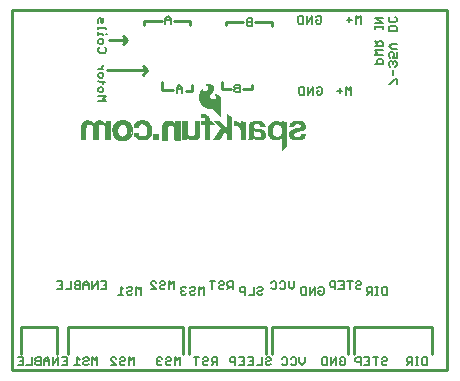
<source format=gbr>
G04 EAGLE Gerber RS-274X export*
G75*
%MOMM*%
%FSLAX34Y34*%
%LPD*%
%INSilkscreen Bottom*%
%IPPOS*%
%AMOC8*
5,1,8,0,0,1.08239X$1,22.5*%
G01*
%ADD10C,0.254000*%
%ADD11C,0.152400*%
%ADD12C,0.025400*%
%ADD13R,0.495300X0.485100*%

G36*
X176600Y214421D02*
X176600Y214421D01*
X176642Y214436D01*
X176644Y214441D01*
X176648Y214443D01*
X176677Y214516D01*
X176681Y214527D01*
X176681Y214528D01*
X176681Y229692D01*
X176679Y229697D01*
X176681Y229703D01*
X176611Y230534D01*
X176605Y230545D01*
X176606Y230560D01*
X176366Y231359D01*
X176358Y231369D01*
X176356Y231383D01*
X175955Y232115D01*
X175945Y232123D01*
X175940Y232136D01*
X175470Y232686D01*
X175459Y232691D01*
X175452Y232703D01*
X174882Y233148D01*
X174870Y233151D01*
X174860Y233161D01*
X174212Y233482D01*
X174200Y233483D01*
X174188Y233491D01*
X173489Y233675D01*
X173478Y233674D01*
X173467Y233679D01*
X172527Y233752D01*
X172518Y233749D01*
X172507Y233752D01*
X171567Y233679D01*
X171563Y233677D01*
X171557Y233678D01*
X171074Y233602D01*
X171035Y233577D01*
X170995Y233556D01*
X170994Y233552D01*
X170991Y233550D01*
X170981Y233505D01*
X170969Y233461D01*
X170971Y233457D01*
X170970Y233453D01*
X170995Y233415D01*
X171019Y233376D01*
X171023Y233375D01*
X171025Y233372D01*
X171066Y233363D01*
X171106Y233351D01*
X171264Y233367D01*
X171402Y233339D01*
X171535Y233268D01*
X172359Y232669D01*
X172477Y232555D01*
X172549Y232417D01*
X172642Y232002D01*
X172642Y231574D01*
X172549Y231158D01*
X172343Y230754D01*
X172030Y230426D01*
X171424Y230061D01*
X170746Y229854D01*
X170035Y229819D01*
X169425Y229916D01*
X168839Y230114D01*
X168296Y230407D01*
X167871Y230772D01*
X167556Y231232D01*
X167370Y231757D01*
X167327Y232313D01*
X167429Y232861D01*
X167669Y233364D01*
X168039Y233799D01*
X168237Y234009D01*
X168832Y234640D01*
X169427Y235271D01*
X169492Y235340D01*
X169495Y235350D01*
X169504Y235356D01*
X170691Y237114D01*
X170693Y237127D01*
X170703Y237137D01*
X170983Y237825D01*
X170982Y237840D01*
X170991Y237855D01*
X171090Y238590D01*
X171086Y238605D01*
X171091Y238622D01*
X171004Y239359D01*
X170996Y239372D01*
X170996Y239390D01*
X170729Y240082D01*
X170718Y240093D01*
X170714Y240110D01*
X170283Y240713D01*
X170273Y240720D01*
X170267Y240732D01*
X169571Y241390D01*
X169563Y241393D01*
X169558Y241401D01*
X168781Y241961D01*
X168771Y241964D01*
X168763Y241972D01*
X167983Y242360D01*
X167971Y242361D01*
X167960Y242369D01*
X167120Y242600D01*
X167108Y242599D01*
X167096Y242605D01*
X166228Y242671D01*
X166218Y242667D01*
X166206Y242671D01*
X165306Y242585D01*
X165297Y242581D01*
X165287Y242582D01*
X164409Y242362D01*
X164401Y242356D01*
X164389Y242355D01*
X164161Y242254D01*
X163805Y242102D01*
X163804Y242102D01*
X163300Y241881D01*
X163290Y241870D01*
X163273Y241865D01*
X162838Y241527D01*
X162835Y241520D01*
X162827Y241516D01*
X162802Y241491D01*
X162799Y241490D01*
X162764Y241398D01*
X162805Y241309D01*
X162890Y241276D01*
X163493Y241276D01*
X164004Y241219D01*
X164494Y241080D01*
X164975Y240825D01*
X165370Y240455D01*
X165656Y239995D01*
X165813Y239476D01*
X165825Y239173D01*
X165766Y238873D01*
X165560Y238379D01*
X165277Y237921D01*
X164926Y237511D01*
X164514Y237157D01*
X163612Y236506D01*
X163124Y236257D01*
X162595Y236159D01*
X162056Y236217D01*
X161882Y236282D01*
X161521Y236531D01*
X161247Y236870D01*
X161203Y236973D01*
X161187Y237093D01*
X161187Y237973D01*
X161170Y238014D01*
X161156Y238056D01*
X161151Y238059D01*
X161149Y238064D01*
X161108Y238080D01*
X161068Y238099D01*
X161062Y238097D01*
X161057Y238099D01*
X161030Y238087D01*
X160981Y238071D01*
X159855Y237150D01*
X159849Y237138D01*
X159837Y237131D01*
X158930Y235994D01*
X158927Y235983D01*
X158918Y235975D01*
X158416Y235041D01*
X158415Y235031D01*
X158409Y235023D01*
X158051Y234026D01*
X158051Y234016D01*
X158046Y234007D01*
X157839Y232968D01*
X157841Y232958D01*
X157840Y232956D01*
X157841Y232956D01*
X157837Y232947D01*
X157777Y231019D01*
X157781Y231008D01*
X157778Y230996D01*
X158066Y229089D01*
X158072Y229079D01*
X158072Y229067D01*
X158700Y227243D01*
X158707Y227234D01*
X158709Y227222D01*
X159656Y225541D01*
X159664Y225535D01*
X159667Y225524D01*
X160552Y224417D01*
X160559Y224414D01*
X160561Y224408D01*
X160562Y224408D01*
X160564Y224404D01*
X161595Y223432D01*
X161603Y223429D01*
X161609Y223421D01*
X162766Y222604D01*
X162776Y222602D01*
X162784Y222594D01*
X164014Y221994D01*
X164025Y221993D01*
X164035Y221985D01*
X165354Y221617D01*
X165365Y221619D01*
X165376Y221613D01*
X166740Y221489D01*
X166745Y221491D01*
X166751Y221489D01*
X169026Y221489D01*
X169394Y221424D01*
X169745Y221297D01*
X170735Y220708D01*
X171589Y219926D01*
X176461Y214444D01*
X176465Y214442D01*
X176467Y214437D01*
X176509Y214421D01*
X176550Y214402D01*
X176554Y214404D01*
X176559Y214402D01*
X176600Y214421D01*
G37*
G36*
X227967Y185727D02*
X227967Y185727D01*
X227969Y185726D01*
X227990Y185735D01*
X228050Y185758D01*
X232190Y189492D01*
X232192Y189498D01*
X232198Y189501D01*
X232222Y189561D01*
X232231Y189582D01*
X232230Y189584D01*
X232231Y189586D01*
X232231Y210160D01*
X232216Y210197D01*
X232206Y210236D01*
X232197Y210242D01*
X232193Y210251D01*
X232165Y210262D01*
X232129Y210284D01*
X228243Y211020D01*
X228228Y211017D01*
X228213Y211022D01*
X228181Y211007D01*
X228146Y210999D01*
X228138Y210986D01*
X228125Y210980D01*
X228110Y210941D01*
X228094Y210916D01*
X228097Y210905D01*
X228093Y210894D01*
X228117Y208977D01*
X227983Y209126D01*
X227982Y209127D01*
X227982Y209128D01*
X227093Y210093D01*
X227087Y210095D01*
X227083Y210102D01*
X226740Y210403D01*
X226729Y210407D01*
X226721Y210417D01*
X226327Y210650D01*
X226318Y210651D01*
X226310Y210658D01*
X224989Y211191D01*
X224978Y211191D01*
X224968Y211198D01*
X224486Y211300D01*
X224474Y211297D01*
X224462Y211302D01*
X222481Y211327D01*
X222470Y211323D01*
X222458Y211325D01*
X221373Y211142D01*
X221363Y211135D01*
X221349Y211135D01*
X220324Y210735D01*
X220317Y210727D01*
X220305Y210725D01*
X219403Y210184D01*
X219398Y210178D01*
X219389Y210175D01*
X218565Y209522D01*
X218559Y209512D01*
X218549Y209507D01*
X217757Y208617D01*
X217753Y208604D01*
X217741Y208595D01*
X217162Y207554D01*
X217160Y207542D01*
X217152Y207531D01*
X216478Y205418D01*
X216479Y205407D01*
X216473Y205396D01*
X216190Y203196D01*
X216193Y203185D01*
X216189Y203173D01*
X216307Y200958D01*
X216312Y200948D01*
X216310Y200936D01*
X216633Y199560D01*
X216640Y199551D01*
X216640Y199539D01*
X217196Y198239D01*
X217204Y198231D01*
X217206Y198220D01*
X217978Y197035D01*
X217987Y197029D01*
X217992Y197018D01*
X218649Y196311D01*
X218659Y196307D01*
X218665Y196297D01*
X219433Y195712D01*
X219444Y195710D01*
X219451Y195701D01*
X220307Y195255D01*
X220318Y195254D01*
X220327Y195246D01*
X221246Y194952D01*
X221256Y194953D01*
X221266Y194947D01*
X222478Y194758D01*
X222487Y194760D01*
X222496Y194757D01*
X223723Y194740D01*
X223731Y194743D01*
X223741Y194741D01*
X224958Y194896D01*
X224968Y194901D01*
X224980Y194901D01*
X225824Y195165D01*
X225834Y195173D01*
X225849Y195176D01*
X226618Y195613D01*
X226626Y195623D01*
X226640Y195628D01*
X227300Y196218D01*
X227306Y196230D01*
X227318Y196238D01*
X227838Y196954D01*
X227839Y196956D01*
X227839Y185852D01*
X227857Y185808D01*
X227874Y185765D01*
X227876Y185764D01*
X227877Y185761D01*
X227921Y185744D01*
X227965Y185726D01*
X227967Y185727D01*
G37*
G36*
X62537Y195074D02*
X62537Y195074D01*
X62539Y195073D01*
X62582Y195093D01*
X62626Y195111D01*
X62626Y195113D01*
X62628Y195114D01*
X62661Y195199D01*
X62661Y205478D01*
X62768Y206358D01*
X63080Y207180D01*
X63341Y207564D01*
X63684Y207877D01*
X64090Y208103D01*
X64538Y208231D01*
X65442Y208299D01*
X66345Y208207D01*
X66755Y208081D01*
X67127Y207871D01*
X67142Y207857D01*
X67283Y207731D01*
X67423Y207604D01*
X67445Y207585D01*
X67830Y207057D01*
X68103Y206462D01*
X68252Y205823D01*
X68327Y204720D01*
X68327Y195199D01*
X68328Y195197D01*
X68327Y195195D01*
X68347Y195152D01*
X68365Y195108D01*
X68367Y195108D01*
X68368Y195106D01*
X68453Y195073D01*
X72771Y195073D01*
X72773Y195074D01*
X72775Y195073D01*
X72818Y195093D01*
X72862Y195111D01*
X72862Y195113D01*
X72864Y195114D01*
X72897Y195199D01*
X72897Y205758D01*
X72977Y206421D01*
X73208Y207040D01*
X73578Y207587D01*
X73925Y207905D01*
X74334Y208138D01*
X74784Y208274D01*
X75261Y208306D01*
X76109Y208256D01*
X76549Y208174D01*
X76953Y207996D01*
X77308Y207730D01*
X78127Y206786D01*
X78411Y206248D01*
X78542Y205657D01*
X78512Y205035D01*
X78513Y205032D01*
X78512Y205029D01*
X78512Y195224D01*
X78513Y195222D01*
X78512Y195220D01*
X78532Y195177D01*
X78550Y195133D01*
X78552Y195133D01*
X78553Y195131D01*
X78638Y195098D01*
X82956Y195098D01*
X82958Y195099D01*
X82960Y195098D01*
X83003Y195118D01*
X83047Y195136D01*
X83047Y195138D01*
X83049Y195139D01*
X83082Y195224D01*
X83082Y211277D01*
X83081Y211279D01*
X83082Y211281D01*
X83062Y211324D01*
X83044Y211368D01*
X83042Y211368D01*
X83041Y211370D01*
X82956Y211403D01*
X78969Y211403D01*
X78967Y211402D01*
X78965Y211403D01*
X78922Y211383D01*
X78878Y211365D01*
X78878Y211363D01*
X78876Y211362D01*
X78843Y211277D01*
X78843Y209224D01*
X78812Y209231D01*
X78510Y209627D01*
X78504Y209630D01*
X78501Y209638D01*
X77739Y210425D01*
X77731Y210428D01*
X77727Y210435D01*
X76965Y211047D01*
X76951Y211051D01*
X76939Y211064D01*
X76049Y211468D01*
X76037Y211468D01*
X76026Y211476D01*
X74934Y211730D01*
X74925Y211729D01*
X74917Y211733D01*
X73545Y211860D01*
X73535Y211857D01*
X73524Y211860D01*
X72567Y211791D01*
X72556Y211785D01*
X72542Y211786D01*
X71619Y211526D01*
X71609Y211518D01*
X71596Y211516D01*
X70806Y211113D01*
X70798Y211104D01*
X70785Y211100D01*
X70087Y210554D01*
X70081Y210543D01*
X70069Y210537D01*
X69487Y209868D01*
X69484Y209856D01*
X69473Y209848D01*
X69093Y209190D01*
X69051Y209232D01*
X68596Y209713D01*
X68593Y209714D01*
X68592Y209717D01*
X67804Y210476D01*
X67795Y210479D01*
X67790Y210488D01*
X66901Y211126D01*
X66890Y211128D01*
X66882Y211136D01*
X66077Y211530D01*
X66065Y211530D01*
X66054Y211538D01*
X65189Y211770D01*
X65177Y211768D01*
X65165Y211774D01*
X64271Y211835D01*
X64262Y211832D01*
X64251Y211835D01*
X62972Y211728D01*
X62965Y211724D01*
X62958Y211726D01*
X61698Y211477D01*
X61689Y211471D01*
X61677Y211471D01*
X60811Y211145D01*
X60801Y211135D01*
X60786Y211132D01*
X60012Y210625D01*
X60005Y210613D01*
X59991Y210607D01*
X59345Y209943D01*
X59342Y209933D01*
X59338Y209932D01*
X59337Y209928D01*
X59329Y209922D01*
X58741Y208983D01*
X58739Y208970D01*
X58729Y208960D01*
X58343Y207921D01*
X58344Y207908D01*
X58337Y207896D01*
X58168Y206800D01*
X58171Y206791D01*
X58167Y206781D01*
X58167Y195199D01*
X58168Y195197D01*
X58167Y195195D01*
X58187Y195152D01*
X58205Y195108D01*
X58207Y195108D01*
X58208Y195106D01*
X58293Y195073D01*
X62535Y195073D01*
X62537Y195074D01*
G37*
G36*
X210417Y194743D02*
X210417Y194743D01*
X210428Y194748D01*
X210442Y194746D01*
X211814Y195054D01*
X211825Y195062D01*
X211840Y195063D01*
X213109Y195669D01*
X213118Y195679D01*
X213132Y195683D01*
X213580Y196025D01*
X213586Y196035D01*
X213598Y196041D01*
X213975Y196461D01*
X213979Y196472D01*
X213989Y196480D01*
X214281Y196963D01*
X214283Y196974D01*
X214291Y196984D01*
X214664Y197977D01*
X214664Y197988D01*
X214670Y197999D01*
X214859Y199043D01*
X214856Y199054D01*
X214861Y199066D01*
X214858Y200127D01*
X214855Y200134D01*
X214857Y200137D01*
X214854Y200144D01*
X214855Y200154D01*
X214649Y201095D01*
X214640Y201107D01*
X214639Y201124D01*
X214210Y201986D01*
X214200Y201995D01*
X214195Y202010D01*
X213697Y202619D01*
X213692Y202622D01*
X213690Y202626D01*
X213684Y202628D01*
X213679Y202637D01*
X213069Y203135D01*
X213057Y203138D01*
X213048Y203149D01*
X212352Y203515D01*
X212341Y203516D01*
X212332Y203523D01*
X210847Y204007D01*
X210839Y204006D01*
X210830Y204011D01*
X209293Y204289D01*
X209289Y204288D01*
X209284Y204291D01*
X207078Y204519D01*
X205772Y204745D01*
X205303Y204910D01*
X204875Y205156D01*
X204591Y205417D01*
X204531Y205504D01*
X204489Y205601D01*
X204378Y206122D01*
X204378Y206653D01*
X204489Y207174D01*
X204628Y207488D01*
X204827Y207767D01*
X205080Y208001D01*
X205394Y208194D01*
X205740Y208322D01*
X206109Y208383D01*
X207464Y208433D01*
X208051Y208379D01*
X208612Y208214D01*
X209076Y207959D01*
X209466Y207603D01*
X209761Y207165D01*
X209945Y206670D01*
X210008Y206139D01*
X210008Y206096D01*
X210009Y206094D01*
X210008Y206092D01*
X210028Y206049D01*
X210046Y206005D01*
X210048Y206005D01*
X210049Y206003D01*
X210134Y205970D01*
X214275Y205970D01*
X214276Y205968D01*
X214318Y205958D01*
X214360Y205944D01*
X214366Y205947D01*
X214372Y205946D01*
X214397Y205962D01*
X214442Y205983D01*
X214467Y206008D01*
X214467Y206009D01*
X214483Y206051D01*
X214502Y206100D01*
X214502Y206101D01*
X214482Y206143D01*
X214463Y206186D01*
X214341Y207077D01*
X214335Y207088D01*
X214335Y207103D01*
X214001Y208044D01*
X213992Y208054D01*
X213989Y208068D01*
X213470Y208921D01*
X213459Y208929D01*
X213454Y208942D01*
X212771Y209672D01*
X212759Y209677D01*
X212751Y209689D01*
X211934Y210263D01*
X211922Y210266D01*
X211913Y210275D01*
X210755Y210804D01*
X210745Y210804D01*
X210736Y210811D01*
X209507Y211145D01*
X209498Y211144D01*
X209489Y211148D01*
X207749Y211362D01*
X207741Y211359D01*
X207733Y211362D01*
X205979Y211354D01*
X205972Y211351D01*
X205963Y211353D01*
X204224Y211123D01*
X204216Y211118D01*
X204205Y211119D01*
X202791Y210694D01*
X202782Y210686D01*
X202768Y210685D01*
X201465Y209991D01*
X201456Y209981D01*
X201442Y209976D01*
X200880Y209493D01*
X200873Y209479D01*
X200859Y209470D01*
X200432Y208865D01*
X200429Y208850D01*
X200417Y208838D01*
X200150Y208147D01*
X200151Y208132D01*
X200143Y208117D01*
X200052Y207382D01*
X200054Y207374D01*
X200051Y207366D01*
X200051Y202540D01*
X200052Y202538D01*
X200051Y202536D01*
X200058Y202521D01*
X200026Y202437D01*
X200051Y198099D01*
X199949Y196762D01*
X199600Y195467D01*
X199526Y195268D01*
X199527Y195243D01*
X199518Y195220D01*
X199529Y195196D01*
X199530Y195170D01*
X199549Y195153D01*
X199559Y195131D01*
X199586Y195120D01*
X199604Y195104D01*
X199623Y195106D01*
X199644Y195098D01*
X203678Y195098D01*
X203714Y195095D01*
X203742Y195104D01*
X203782Y195108D01*
X203819Y195127D01*
X203838Y195149D01*
X203870Y195173D01*
X203892Y195209D01*
X203894Y195226D01*
X203906Y195242D01*
X203982Y195522D01*
X203981Y195525D01*
X203983Y195528D01*
X204210Y196557D01*
X204220Y196580D01*
X204226Y196586D01*
X204234Y196588D01*
X204243Y196587D01*
X204267Y196571D01*
X205094Y195868D01*
X205105Y195864D01*
X205114Y195854D01*
X206065Y195314D01*
X206076Y195313D01*
X206086Y195305D01*
X207121Y194952D01*
X207133Y194953D01*
X207143Y194947D01*
X208761Y194706D01*
X208771Y194709D01*
X208782Y194705D01*
X210417Y194743D01*
G37*
G36*
X185550Y194972D02*
X185550Y194972D01*
X185553Y194971D01*
X185636Y195008D01*
X185687Y195059D01*
X185689Y195062D01*
X185691Y195063D01*
X185724Y195148D01*
X185724Y214478D01*
X185716Y214497D01*
X185718Y214517D01*
X185697Y214544D01*
X185686Y214569D01*
X185672Y214574D01*
X185661Y214588D01*
X181521Y216950D01*
X181486Y216954D01*
X181454Y216966D01*
X181439Y216959D01*
X181423Y216961D01*
X181396Y216939D01*
X181365Y216925D01*
X181358Y216909D01*
X181346Y216899D01*
X181344Y216872D01*
X181332Y216840D01*
X181332Y205410D01*
X175857Y210884D01*
X175854Y210886D01*
X175853Y210888D01*
X175768Y210921D01*
X171094Y210921D01*
X171092Y210921D01*
X171091Y210921D01*
X171047Y210901D01*
X171003Y210883D01*
X171003Y210881D01*
X171001Y210880D01*
X170985Y210836D01*
X170968Y210791D01*
X170969Y210789D01*
X170968Y210788D01*
X171006Y210705D01*
X176697Y205139D01*
X170100Y195244D01*
X170093Y195206D01*
X170079Y195169D01*
X170084Y195159D01*
X170082Y195147D01*
X170104Y195116D01*
X170121Y195080D01*
X170132Y195076D01*
X170138Y195067D01*
X170168Y195062D01*
X170206Y195048D01*
X175286Y195073D01*
X175303Y195080D01*
X175321Y195078D01*
X175350Y195100D01*
X175376Y195112D01*
X175381Y195124D01*
X175393Y195134D01*
X179626Y202112D01*
X181281Y200505D01*
X181281Y195097D01*
X181282Y195095D01*
X181281Y195093D01*
X181301Y195050D01*
X181319Y195006D01*
X181321Y195006D01*
X181322Y195004D01*
X181407Y194971D01*
X185547Y194971D01*
X185550Y194972D01*
G37*
G36*
X153982Y194671D02*
X153982Y194671D01*
X153993Y194668D01*
X155026Y194815D01*
X155037Y194821D01*
X155050Y194821D01*
X156036Y195164D01*
X156045Y195172D01*
X156058Y195174D01*
X156960Y195700D01*
X156967Y195710D01*
X156980Y195715D01*
X157234Y195943D01*
X157240Y195954D01*
X157251Y195962D01*
X157912Y196847D01*
X157914Y196858D01*
X157924Y196867D01*
X158412Y197857D01*
X158412Y197869D01*
X158420Y197879D01*
X158720Y198942D01*
X158718Y198953D01*
X158724Y198965D01*
X158825Y200064D01*
X158823Y200070D01*
X158825Y200076D01*
X158825Y210871D01*
X158824Y210873D01*
X158825Y210875D01*
X158805Y210918D01*
X158787Y210962D01*
X158785Y210962D01*
X158784Y210964D01*
X158699Y210997D01*
X154559Y210997D01*
X154557Y210996D01*
X154555Y210997D01*
X154512Y210977D01*
X154468Y210959D01*
X154468Y210957D01*
X154466Y210956D01*
X154433Y210871D01*
X154433Y200874D01*
X154284Y200044D01*
X153941Y199276D01*
X153669Y198914D01*
X153328Y198613D01*
X152933Y198388D01*
X152244Y198165D01*
X151525Y198085D01*
X150804Y198152D01*
X150113Y198364D01*
X149603Y198652D01*
X149172Y199049D01*
X148845Y199534D01*
X148636Y200084D01*
X148411Y201288D01*
X148335Y202518D01*
X148335Y210820D01*
X148334Y210822D01*
X148335Y210824D01*
X148315Y210867D01*
X148297Y210911D01*
X148295Y210911D01*
X148294Y210913D01*
X148209Y210946D01*
X143993Y210946D01*
X143991Y210945D01*
X143989Y210946D01*
X143946Y210926D01*
X143902Y210908D01*
X143902Y210906D01*
X143900Y210905D01*
X143867Y210820D01*
X143867Y195199D01*
X143868Y195197D01*
X143867Y195195D01*
X143887Y195152D01*
X143905Y195108D01*
X143907Y195108D01*
X143908Y195106D01*
X143993Y195073D01*
X148006Y195073D01*
X148008Y195074D01*
X148010Y195073D01*
X148053Y195093D01*
X148097Y195111D01*
X148097Y195113D01*
X148099Y195114D01*
X148132Y195199D01*
X148132Y197256D01*
X148639Y196615D01*
X148647Y196611D01*
X148651Y196602D01*
X149478Y195817D01*
X149487Y195814D01*
X149492Y195806D01*
X150422Y195147D01*
X150431Y195145D01*
X150439Y195137D01*
X150684Y195015D01*
X150695Y195014D01*
X150704Y195007D01*
X150966Y194926D01*
X150975Y194927D01*
X150984Y194922D01*
X152462Y194699D01*
X152470Y194701D01*
X152478Y194697D01*
X153972Y194667D01*
X153982Y194671D01*
G37*
G36*
X141505Y194998D02*
X141505Y194998D01*
X141507Y194997D01*
X141550Y195017D01*
X141594Y195035D01*
X141594Y195037D01*
X141596Y195038D01*
X141629Y195123D01*
X141629Y210845D01*
X141628Y210847D01*
X141629Y210849D01*
X141609Y210892D01*
X141591Y210936D01*
X141589Y210936D01*
X141588Y210938D01*
X141503Y210971D01*
X137465Y210971D01*
X137463Y210970D01*
X137461Y210971D01*
X137418Y210951D01*
X137374Y210933D01*
X137374Y210931D01*
X137372Y210930D01*
X137339Y210845D01*
X137339Y208777D01*
X137297Y208806D01*
X137183Y208942D01*
X136906Y209320D01*
X136902Y209322D01*
X136900Y209327D01*
X136498Y209800D01*
X136491Y209804D01*
X136487Y209812D01*
X136292Y209988D01*
X136152Y210114D01*
X136026Y210228D01*
X136016Y210231D01*
X136008Y210241D01*
X135110Y210808D01*
X135097Y210811D01*
X135086Y210820D01*
X134090Y211189D01*
X134077Y211189D01*
X134064Y211196D01*
X133012Y211351D01*
X133002Y211348D01*
X132991Y211352D01*
X130985Y211302D01*
X130975Y211298D01*
X130962Y211300D01*
X129985Y211094D01*
X129973Y211086D01*
X129957Y211085D01*
X129052Y210663D01*
X129043Y210652D01*
X129028Y210648D01*
X128243Y210030D01*
X128237Y210019D01*
X128225Y210013D01*
X127736Y209438D01*
X127733Y209427D01*
X127723Y209420D01*
X127339Y208771D01*
X127337Y208760D01*
X127329Y208751D01*
X127060Y208046D01*
X127060Y208037D01*
X127055Y208028D01*
X126815Y206921D01*
X126817Y206912D01*
X126813Y206904D01*
X126722Y205775D01*
X126724Y205770D01*
X126722Y205765D01*
X126722Y195224D01*
X126723Y195222D01*
X126722Y195220D01*
X126742Y195177D01*
X126760Y195133D01*
X126762Y195133D01*
X126763Y195131D01*
X126848Y195098D01*
X130937Y195098D01*
X130939Y195099D01*
X130941Y195098D01*
X130984Y195118D01*
X131028Y195136D01*
X131028Y195138D01*
X131030Y195139D01*
X131063Y195224D01*
X131063Y204870D01*
X131128Y205588D01*
X131319Y206276D01*
X131629Y206918D01*
X131925Y207305D01*
X132299Y207614D01*
X132734Y207831D01*
X133034Y207908D01*
X133350Y207925D01*
X134455Y207875D01*
X135011Y207788D01*
X135527Y207584D01*
X135984Y207270D01*
X136501Y206701D01*
X136864Y206022D01*
X137081Y205272D01*
X137161Y204489D01*
X137161Y195123D01*
X137162Y195121D01*
X137161Y195119D01*
X137181Y195076D01*
X137199Y195032D01*
X137201Y195032D01*
X137202Y195030D01*
X137287Y194997D01*
X141503Y194997D01*
X141505Y194998D01*
G37*
G36*
X93219Y194926D02*
X93219Y194926D01*
X93235Y194922D01*
X96232Y195328D01*
X96253Y195340D01*
X96282Y195346D01*
X99127Y197124D01*
X99141Y197145D01*
X99166Y197163D01*
X100766Y199652D01*
X100770Y199675D01*
X100785Y199700D01*
X101395Y203586D01*
X101389Y203608D01*
X101393Y203634D01*
X100580Y207190D01*
X100565Y207211D01*
X100556Y207240D01*
X98422Y209958D01*
X98400Y209970D01*
X98379Y209993D01*
X95001Y211670D01*
X94981Y211671D01*
X94960Y211682D01*
X93487Y211859D01*
X93480Y211857D01*
X93472Y211860D01*
X93421Y211860D01*
X93401Y211852D01*
X93375Y211851D01*
X93248Y211801D01*
X93227Y211781D01*
X93201Y211769D01*
X93192Y211747D01*
X93177Y211733D01*
X93178Y211709D01*
X93168Y211684D01*
X93168Y208763D01*
X93185Y208723D01*
X93197Y208682D01*
X93204Y208678D01*
X93206Y208672D01*
X93234Y208661D01*
X93277Y208638D01*
X94372Y208488D01*
X95520Y207853D01*
X96308Y206769D01*
X96704Y205880D01*
X96978Y204406D01*
X97029Y202547D01*
X96854Y201299D01*
X96479Y200150D01*
X95941Y199123D01*
X94293Y198115D01*
X92545Y197893D01*
X90794Y198485D01*
X90724Y198549D01*
X90446Y198802D01*
X90168Y199054D01*
X90029Y199180D01*
X89752Y199433D01*
X89751Y199433D01*
X89715Y199466D01*
X89172Y200676D01*
X88797Y202224D01*
X88797Y203649D01*
X89048Y205578D01*
X89792Y207190D01*
X90626Y207999D01*
X91579Y208512D01*
X92766Y208611D01*
X92862Y208611D01*
X92865Y208612D01*
X92868Y208611D01*
X92910Y208631D01*
X92953Y208649D01*
X92954Y208652D01*
X92957Y208654D01*
X92988Y208739D01*
X92962Y210327D01*
X92959Y210453D01*
X92959Y210454D01*
X92957Y210580D01*
X92955Y210706D01*
X92953Y210832D01*
X92951Y210958D01*
X92951Y210959D01*
X92949Y211085D01*
X92947Y211211D01*
X92945Y211337D01*
X92942Y211463D01*
X92942Y211464D01*
X92940Y211590D01*
X92938Y211711D01*
X92934Y211720D01*
X92937Y211729D01*
X92915Y211764D01*
X92898Y211801D01*
X92890Y211804D01*
X92885Y211812D01*
X92833Y211825D01*
X92806Y211835D01*
X92801Y211833D01*
X92796Y211834D01*
X90789Y211580D01*
X90778Y211574D01*
X90764Y211574D01*
X89138Y211015D01*
X89126Y211004D01*
X89107Y211000D01*
X87126Y209629D01*
X87118Y209616D01*
X87102Y209607D01*
X86010Y208337D01*
X86005Y208321D01*
X85991Y208306D01*
X84950Y205969D01*
X84949Y205952D01*
X84940Y205934D01*
X84660Y203749D01*
X84664Y203734D01*
X84660Y203718D01*
X84914Y201610D01*
X84918Y201602D01*
X84917Y201591D01*
X85603Y199127D01*
X85614Y199113D01*
X85618Y199094D01*
X86431Y197799D01*
X86443Y197790D01*
X86451Y197775D01*
X87645Y196632D01*
X87654Y196628D01*
X87659Y196620D01*
X88776Y195833D01*
X88793Y195829D01*
X88808Y195817D01*
X90662Y195182D01*
X90676Y195183D01*
X90690Y195175D01*
X93205Y194921D01*
X93219Y194926D01*
G37*
G36*
X241200Y194719D02*
X241200Y194719D01*
X241207Y194717D01*
X243773Y194895D01*
X243782Y194900D01*
X243792Y194898D01*
X244713Y195110D01*
X244724Y195118D01*
X244738Y195119D01*
X245595Y195516D01*
X245601Y195523D01*
X245610Y195525D01*
X246804Y196287D01*
X246809Y196293D01*
X246817Y196296D01*
X247332Y196727D01*
X247337Y196738D01*
X247349Y196744D01*
X247769Y197268D01*
X247773Y197279D01*
X247783Y197288D01*
X248092Y197884D01*
X248093Y197893D01*
X248100Y197901D01*
X248532Y199171D01*
X248531Y199181D01*
X248536Y199190D01*
X248638Y199774D01*
X248637Y199781D01*
X248640Y199787D01*
X248665Y200143D01*
X248664Y200147D01*
X248665Y200150D01*
X248664Y200152D01*
X248665Y200156D01*
X248653Y200182D01*
X248650Y200212D01*
X248649Y200213D01*
X248649Y200214D01*
X248638Y200223D01*
X248633Y200236D01*
X248627Y200239D01*
X248624Y200245D01*
X248594Y200257D01*
X248574Y200273D01*
X248572Y200273D01*
X248571Y200274D01*
X248556Y200273D01*
X248544Y200278D01*
X248542Y200277D01*
X248539Y200278D01*
X244678Y200278D01*
X244676Y200277D01*
X244674Y200278D01*
X244631Y200258D01*
X244587Y200240D01*
X244587Y200238D01*
X244585Y200237D01*
X244552Y200152D01*
X244552Y200105D01*
X244523Y199608D01*
X244377Y199146D01*
X244121Y198732D01*
X244017Y198627D01*
X243891Y198501D01*
X243679Y198289D01*
X243152Y197952D01*
X242565Y197735D01*
X242003Y197662D01*
X240673Y197662D01*
X240070Y197736D01*
X239503Y197933D01*
X238990Y198245D01*
X238703Y198529D01*
X238494Y198874D01*
X238377Y199259D01*
X238360Y199663D01*
X238445Y200058D01*
X238626Y200420D01*
X238891Y200724D01*
X239227Y200955D01*
X240334Y201425D01*
X241508Y201731D01*
X245139Y202594D01*
X245146Y202599D01*
X245155Y202599D01*
X245963Y202905D01*
X245970Y202911D01*
X245980Y202913D01*
X246731Y203340D01*
X246737Y203347D01*
X246747Y203351D01*
X247424Y203888D01*
X247429Y203898D01*
X247440Y203904D01*
X247777Y204289D01*
X247781Y204302D01*
X247792Y204311D01*
X248041Y204758D01*
X248042Y204771D01*
X248051Y204782D01*
X248203Y205271D01*
X248201Y205283D01*
X248208Y205296D01*
X248313Y206432D01*
X248310Y206445D01*
X248313Y206458D01*
X248184Y207592D01*
X248178Y207603D01*
X248179Y207617D01*
X247821Y208701D01*
X247813Y208710D01*
X247811Y208724D01*
X247512Y209246D01*
X247502Y209253D01*
X247497Y209266D01*
X247103Y209721D01*
X247092Y209726D01*
X247085Y209738D01*
X246609Y210107D01*
X246598Y210110D01*
X246589Y210119D01*
X245308Y210773D01*
X245297Y210774D01*
X245287Y210781D01*
X243909Y211192D01*
X243898Y211191D01*
X243886Y211197D01*
X242457Y211352D01*
X242450Y211350D01*
X242443Y211352D01*
X240640Y211352D01*
X240634Y211350D01*
X240627Y211352D01*
X239234Y211212D01*
X239225Y211207D01*
X239214Y211208D01*
X237863Y210840D01*
X237854Y210833D01*
X237840Y210831D01*
X236743Y210293D01*
X236734Y210283D01*
X236720Y210279D01*
X235761Y209522D01*
X235755Y209512D01*
X235744Y209507D01*
X235396Y209111D01*
X235394Y209106D01*
X235393Y209106D01*
X235392Y209102D01*
X235384Y209096D01*
X235098Y208654D01*
X235096Y208644D01*
X235089Y208637D01*
X234733Y207849D01*
X234733Y207844D01*
X234729Y207840D01*
X234526Y207282D01*
X234528Y207258D01*
X234523Y207246D01*
X234526Y207239D01*
X234521Y207214D01*
X234530Y207200D01*
X234521Y207188D01*
X234523Y207182D01*
X234519Y207175D01*
X234443Y206464D01*
X234445Y206458D01*
X234444Y206454D01*
X234445Y206452D01*
X234443Y206447D01*
X234460Y206410D01*
X234472Y206370D01*
X234480Y206366D01*
X234484Y206358D01*
X234534Y206338D01*
X234560Y206325D01*
X234564Y206327D01*
X234569Y206325D01*
X238455Y206325D01*
X238499Y206343D01*
X238543Y206361D01*
X238544Y206362D01*
X238546Y206363D01*
X238553Y206382D01*
X238581Y206443D01*
X238597Y206703D01*
X238652Y206946D01*
X238802Y207298D01*
X239020Y207611D01*
X239296Y207875D01*
X239718Y208146D01*
X240185Y208335D01*
X240681Y208433D01*
X241529Y208477D01*
X242377Y208433D01*
X242826Y208348D01*
X243250Y208191D01*
X243551Y207996D01*
X243784Y207728D01*
X243939Y207386D01*
X243987Y207014D01*
X243922Y206645D01*
X243738Y206284D01*
X243503Y206041D01*
X243455Y205991D01*
X242780Y205575D01*
X242028Y205303D01*
X240005Y204899D01*
X240004Y204898D01*
X240003Y204898D01*
X238280Y204517D01*
X238273Y204512D01*
X238264Y204512D01*
X236608Y203902D01*
X236602Y203896D01*
X236592Y203895D01*
X235836Y203490D01*
X235830Y203483D01*
X235821Y203480D01*
X235129Y202972D01*
X235124Y202962D01*
X235112Y202957D01*
X234780Y202607D01*
X234775Y202595D01*
X234764Y202586D01*
X234512Y202174D01*
X234510Y202160D01*
X234500Y202148D01*
X234163Y201145D01*
X234164Y201130D01*
X234156Y201116D01*
X234062Y200061D01*
X234065Y200052D01*
X234062Y200041D01*
X234138Y199000D01*
X234142Y198992D01*
X234141Y198982D01*
X234284Y198318D01*
X234290Y198308D01*
X234291Y198295D01*
X234557Y197670D01*
X234565Y197661D01*
X234568Y197649D01*
X234947Y197085D01*
X234957Y197078D01*
X234962Y197067D01*
X235688Y196324D01*
X235698Y196320D01*
X235704Y196309D01*
X236548Y195703D01*
X236558Y195701D01*
X236567Y195692D01*
X237502Y195241D01*
X237513Y195240D01*
X237523Y195233D01*
X238523Y194951D01*
X238531Y194952D01*
X238540Y194947D01*
X239854Y194765D01*
X239861Y194767D01*
X239867Y194764D01*
X241194Y194717D01*
X241200Y194719D01*
G37*
G36*
X111398Y194816D02*
X111398Y194816D01*
X111405Y194819D01*
X111413Y194818D01*
X112976Y195100D01*
X112984Y195105D01*
X112994Y195104D01*
X114064Y195459D01*
X114072Y195465D01*
X114083Y195467D01*
X115080Y195993D01*
X115087Y196001D01*
X115098Y196005D01*
X115994Y196689D01*
X115999Y196698D01*
X116010Y196703D01*
X116780Y197526D01*
X116782Y197532D01*
X116784Y197533D01*
X116786Y197537D01*
X116793Y197542D01*
X117475Y198558D01*
X117477Y198568D01*
X117485Y198576D01*
X117999Y199687D01*
X118000Y199696D01*
X118006Y199705D01*
X118340Y200883D01*
X118339Y200893D01*
X118344Y200902D01*
X118489Y202118D01*
X118487Y202127D01*
X118490Y202137D01*
X118489Y202169D01*
X118489Y202170D01*
X118481Y202422D01*
X118482Y202422D01*
X118481Y202422D01*
X118478Y202548D01*
X118470Y202801D01*
X118466Y202927D01*
X118458Y203179D01*
X118458Y203180D01*
X118455Y203306D01*
X118451Y203432D01*
X118447Y203558D01*
X118439Y203811D01*
X118435Y203937D01*
X118428Y204189D01*
X118428Y204190D01*
X118424Y204316D01*
X118416Y204568D01*
X118414Y204626D01*
X118410Y204635D01*
X118412Y204647D01*
X118114Y206137D01*
X118107Y206147D01*
X118107Y206160D01*
X117530Y207566D01*
X117522Y207574D01*
X117519Y207587D01*
X116685Y208858D01*
X116675Y208864D01*
X116670Y208876D01*
X115609Y209964D01*
X115598Y209969D01*
X115590Y209980D01*
X114341Y210845D01*
X114329Y210848D01*
X114320Y210857D01*
X112929Y211469D01*
X112917Y211469D01*
X112905Y211476D01*
X111399Y211809D01*
X111387Y211806D01*
X111374Y211812D01*
X109832Y211835D01*
X109823Y211832D01*
X109814Y211834D01*
X108379Y211645D01*
X108374Y211642D01*
X108368Y211643D01*
X106957Y211324D01*
X106949Y211319D01*
X106939Y211318D01*
X105782Y210861D01*
X105772Y210851D01*
X105758Y210848D01*
X104727Y210151D01*
X104720Y210140D01*
X104706Y210133D01*
X103851Y209230D01*
X103846Y209218D01*
X103834Y209209D01*
X103194Y208142D01*
X103192Y208130D01*
X103184Y208121D01*
X102759Y206966D01*
X102759Y206956D01*
X102754Y206947D01*
X102517Y205739D01*
X102520Y205725D01*
X102515Y205711D01*
X102530Y205678D01*
X102537Y205643D01*
X102550Y205635D01*
X102556Y205622D01*
X102595Y205606D01*
X102621Y205590D01*
X102631Y205593D01*
X102641Y205589D01*
X106832Y205589D01*
X106834Y205590D01*
X106836Y205589D01*
X106879Y205609D01*
X106923Y205627D01*
X106923Y205629D01*
X106925Y205630D01*
X106958Y205715D01*
X106958Y205733D01*
X107025Y206312D01*
X107218Y206854D01*
X107529Y207339D01*
X107942Y207740D01*
X108435Y208038D01*
X109227Y208299D01*
X110059Y208382D01*
X110899Y208316D01*
X111720Y208135D01*
X112134Y207949D01*
X112481Y207659D01*
X113168Y206748D01*
X113673Y205723D01*
X113978Y204620D01*
X114071Y203479D01*
X113942Y201919D01*
X113596Y200395D01*
X113281Y199678D01*
X112806Y199059D01*
X112198Y198570D01*
X111490Y198240D01*
X110711Y198059D01*
X109911Y198018D01*
X109320Y198091D01*
X108751Y198264D01*
X108221Y198532D01*
X107778Y198877D01*
X107420Y199309D01*
X107099Y199899D01*
X106884Y200536D01*
X106780Y201212D01*
X106758Y201248D01*
X106740Y201286D01*
X106732Y201289D01*
X106728Y201296D01*
X106698Y201302D01*
X106655Y201319D01*
X102591Y201319D01*
X102589Y201318D01*
X102587Y201319D01*
X102544Y201299D01*
X102500Y201281D01*
X102500Y201279D01*
X102498Y201278D01*
X102465Y201193D01*
X102465Y201143D01*
X102466Y201139D01*
X102465Y201135D01*
X102497Y200660D01*
X102501Y200653D01*
X102499Y200643D01*
X102594Y200178D01*
X102600Y200169D01*
X102600Y200157D01*
X103142Y198766D01*
X103151Y198757D01*
X103154Y198743D01*
X103969Y197492D01*
X103980Y197485D01*
X103985Y197472D01*
X105038Y196414D01*
X105050Y196409D01*
X105059Y196397D01*
X106306Y195577D01*
X106317Y195574D01*
X106326Y195566D01*
X107419Y195104D01*
X107429Y195104D01*
X107438Y195098D01*
X108591Y194816D01*
X108601Y194817D01*
X108611Y194813D01*
X109794Y194717D01*
X109802Y194720D01*
X109812Y194717D01*
X111398Y194816D01*
G37*
G36*
X167337Y194998D02*
X167337Y194998D01*
X167339Y194997D01*
X167382Y195017D01*
X167426Y195035D01*
X167426Y195037D01*
X167428Y195038D01*
X167461Y195123D01*
X167461Y208003D01*
X171324Y208027D01*
X171325Y208027D01*
X171370Y208047D01*
X171414Y208066D01*
X171415Y208067D01*
X171432Y208112D01*
X171449Y208158D01*
X171449Y208159D01*
X171412Y208242D01*
X168745Y210909D01*
X168742Y210911D01*
X168741Y210913D01*
X168656Y210946D01*
X167410Y210946D01*
X167410Y211277D01*
X167408Y211282D01*
X167410Y211287D01*
X167233Y213421D01*
X167228Y213431D01*
X167228Y213432D01*
X167228Y213433D01*
X167228Y213434D01*
X167229Y213443D01*
X167081Y214010D01*
X167074Y214019D01*
X167073Y214031D01*
X166825Y214562D01*
X166816Y214570D01*
X166813Y214582D01*
X166473Y215059D01*
X166463Y215065D01*
X166457Y215077D01*
X165714Y215787D01*
X165704Y215791D01*
X165702Y215795D01*
X165699Y215796D01*
X165695Y215802D01*
X164827Y216352D01*
X164815Y216354D01*
X164805Y216363D01*
X163847Y216732D01*
X163834Y216732D01*
X163823Y216739D01*
X162810Y216913D01*
X162800Y216911D01*
X162789Y216915D01*
X161239Y216915D01*
X161236Y216914D01*
X161232Y216915D01*
X159915Y216839D01*
X159893Y216839D01*
X159891Y216838D01*
X159889Y216839D01*
X159846Y216819D01*
X159802Y216801D01*
X159802Y216799D01*
X159800Y216798D01*
X159767Y216713D01*
X159767Y213690D01*
X159768Y213688D01*
X159767Y213686D01*
X159787Y213643D01*
X159805Y213599D01*
X159807Y213599D01*
X159808Y213597D01*
X159893Y213564D01*
X159969Y213564D01*
X159974Y213566D01*
X159981Y213564D01*
X160261Y213590D01*
X161176Y213675D01*
X162076Y213592D01*
X162358Y213495D01*
X162598Y213325D01*
X162780Y213093D01*
X162955Y212670D01*
X163018Y212208D01*
X163018Y210946D01*
X160172Y210946D01*
X160170Y210945D01*
X160168Y210946D01*
X160125Y210926D01*
X160081Y210908D01*
X160081Y210906D01*
X160079Y210905D01*
X160046Y210820D01*
X160046Y208153D01*
X160047Y208151D01*
X160046Y208149D01*
X160066Y208106D01*
X160084Y208062D01*
X160086Y208062D01*
X160087Y208060D01*
X160172Y208027D01*
X163044Y208027D01*
X163044Y195123D01*
X163045Y195121D01*
X163044Y195119D01*
X163064Y195076D01*
X163082Y195032D01*
X163084Y195032D01*
X163085Y195030D01*
X163170Y194997D01*
X167335Y194997D01*
X167337Y194998D01*
G37*
G36*
X197462Y195099D02*
X197462Y195099D01*
X197464Y195098D01*
X197507Y195118D01*
X197551Y195136D01*
X197552Y195138D01*
X197554Y195139D01*
X197586Y195224D01*
X197560Y210109D01*
X197544Y210147D01*
X197534Y210186D01*
X197525Y210191D01*
X197522Y210200D01*
X197493Y210211D01*
X197456Y210233D01*
X193595Y210919D01*
X193582Y210916D01*
X193569Y210921D01*
X193535Y210906D01*
X193499Y210897D01*
X193492Y210886D01*
X193480Y210880D01*
X193464Y210839D01*
X193448Y210813D01*
X193450Y210804D01*
X193447Y210795D01*
X193447Y208015D01*
X193400Y208030D01*
X193221Y208298D01*
X192535Y209340D01*
X192530Y209344D01*
X192527Y209351D01*
X192211Y209734D01*
X192198Y209741D01*
X192190Y209754D01*
X191796Y210056D01*
X191791Y210057D01*
X191788Y210061D01*
X190899Y210646D01*
X190896Y210647D01*
X190893Y210650D01*
X190282Y211003D01*
X190270Y211005D01*
X190259Y211014D01*
X189589Y211237D01*
X189577Y211236D01*
X189565Y211242D01*
X188864Y211326D01*
X188854Y211323D01*
X188842Y211327D01*
X187470Y211251D01*
X187427Y211230D01*
X187384Y211210D01*
X187383Y211208D01*
X187382Y211208D01*
X187376Y211190D01*
X187351Y211125D01*
X187351Y207264D01*
X187352Y207262D01*
X187351Y207260D01*
X187371Y207217D01*
X187389Y207173D01*
X187391Y207173D01*
X187392Y207171D01*
X187477Y207138D01*
X187503Y207138D01*
X187512Y207142D01*
X187524Y207139D01*
X187676Y207164D01*
X187678Y207166D01*
X187681Y207165D01*
X188278Y207290D01*
X189803Y207290D01*
X190345Y207198D01*
X190863Y207017D01*
X191342Y206753D01*
X192009Y206193D01*
X192534Y205501D01*
X192895Y204708D01*
X193095Y203889D01*
X193168Y203043D01*
X193168Y195224D01*
X193169Y195222D01*
X193168Y195220D01*
X193188Y195177D01*
X193206Y195133D01*
X193208Y195133D01*
X193209Y195131D01*
X193294Y195098D01*
X197460Y195098D01*
X197462Y195099D01*
G37*
%LPC*%
G36*
X223000Y198165D02*
X223000Y198165D01*
X222261Y198503D01*
X221635Y199019D01*
X221163Y199677D01*
X220874Y200438D01*
X220570Y202385D01*
X220573Y204356D01*
X220764Y205326D01*
X221167Y206225D01*
X221764Y207011D01*
X222523Y207641D01*
X223023Y207901D01*
X223565Y208057D01*
X224132Y208103D01*
X225207Y208052D01*
X225579Y207978D01*
X225917Y207816D01*
X226630Y207260D01*
X227227Y206580D01*
X227640Y205873D01*
X227907Y205099D01*
X228017Y204284D01*
X227991Y201738D01*
X227867Y200969D01*
X227642Y200294D01*
X227643Y200282D01*
X227637Y200270D01*
X227632Y200233D01*
X227640Y200206D01*
X227640Y200195D01*
X227612Y200182D01*
X227568Y200162D01*
X227568Y200161D01*
X227567Y200161D01*
X227534Y200076D01*
X227534Y200038D01*
X227522Y199979D01*
X227480Y199919D01*
X227480Y199918D01*
X227479Y199917D01*
X227428Y199841D01*
X227427Y199835D01*
X227422Y199830D01*
X227122Y199266D01*
X226710Y198797D01*
X226201Y198434D01*
X225524Y198144D01*
X224802Y197992D01*
X223891Y197986D01*
X223000Y198165D01*
G37*
%LPD*%
%LPC*%
G36*
X206305Y197786D02*
X206305Y197786D01*
X205983Y197908D01*
X205692Y198093D01*
X204948Y198812D01*
X204798Y199031D01*
X204691Y199280D01*
X204644Y199445D01*
X204437Y200515D01*
X204367Y201604D01*
X204367Y202438D01*
X204366Y202440D01*
X204367Y202442D01*
X204347Y202485D01*
X204347Y202487D01*
X204367Y202540D01*
X204367Y202832D01*
X204509Y202705D01*
X204524Y202700D01*
X204535Y202687D01*
X204742Y202580D01*
X204754Y202579D01*
X204764Y202571D01*
X205728Y202283D01*
X205736Y202284D01*
X205743Y202280D01*
X206735Y202111D01*
X206739Y202112D01*
X206743Y202109D01*
X208186Y201957D01*
X208736Y201852D01*
X209254Y201655D01*
X209728Y201371D01*
X209996Y201127D01*
X210200Y200829D01*
X210420Y200287D01*
X210527Y199712D01*
X210516Y199127D01*
X210445Y198819D01*
X210310Y198534D01*
X210119Y198284D01*
X209757Y197987D01*
X209336Y197784D01*
X208875Y197687D01*
X207347Y197637D01*
X206305Y197786D01*
G37*
%LPD*%
D10*
X0Y304800D02*
X0Y0D01*
X368300Y0D01*
X368300Y304800D02*
X0Y304800D01*
X368300Y304800D02*
X368300Y0D01*
X126238Y296164D02*
X111506Y296164D01*
X111506Y292354D01*
X136906Y296164D02*
X150114Y296164D01*
X150114Y292608D01*
X181102Y295402D02*
X195072Y295402D01*
X181102Y295402D02*
X181102Y292608D01*
X205740Y295402D02*
X219710Y295402D01*
X219710Y291592D01*
X136144Y237236D02*
X127000Y237236D01*
X127000Y244094D01*
X146558Y236982D02*
X152400Y236982D01*
X152400Y241554D01*
X177800Y238252D02*
X185166Y238252D01*
X177800Y238252D02*
X177800Y244094D01*
X195072Y238252D02*
X203200Y238252D01*
X203200Y241554D01*
X97282Y279400D02*
X81534Y279400D01*
X93726Y282956D02*
X97282Y279400D01*
X93980Y276098D01*
X80010Y254000D02*
X114046Y254000D01*
X110490Y257556D01*
X114046Y254000D02*
X110490Y250444D01*
D11*
X136652Y75444D02*
X136652Y68834D01*
X134449Y73240D02*
X136652Y75444D01*
X134449Y73240D02*
X132246Y75444D01*
X132246Y68834D01*
X125863Y75444D02*
X124761Y74342D01*
X125863Y75444D02*
X128066Y75444D01*
X129168Y74342D01*
X129168Y73240D01*
X128066Y72139D01*
X125863Y72139D01*
X124761Y71037D01*
X124761Y69936D01*
X125863Y68834D01*
X128066Y68834D01*
X129168Y69936D01*
X121684Y68834D02*
X117277Y68834D01*
X117277Y73240D02*
X121684Y68834D01*
X117277Y73240D02*
X117277Y74342D01*
X118379Y75444D01*
X120582Y75444D01*
X121684Y74342D01*
X162052Y70872D02*
X162052Y64262D01*
X159849Y68668D02*
X162052Y70872D01*
X159849Y68668D02*
X157646Y70872D01*
X157646Y64262D01*
X151263Y70872D02*
X150161Y69770D01*
X151263Y70872D02*
X153466Y70872D01*
X154568Y69770D01*
X154568Y68668D01*
X153466Y67567D01*
X151263Y67567D01*
X150161Y66465D01*
X150161Y65364D01*
X151263Y64262D01*
X153466Y64262D01*
X154568Y65364D01*
X147084Y69770D02*
X145982Y70872D01*
X143779Y70872D01*
X142677Y69770D01*
X142677Y68668D01*
X143779Y67567D01*
X144881Y67567D01*
X143779Y67567D02*
X142677Y66465D01*
X142677Y65364D01*
X143779Y64262D01*
X145982Y64262D01*
X147084Y65364D01*
X186436Y68834D02*
X186436Y75444D01*
X183131Y75444D01*
X182030Y74342D01*
X182030Y72139D01*
X183131Y71037D01*
X186436Y71037D01*
X184233Y71037D02*
X182030Y68834D01*
X175647Y75444D02*
X174545Y74342D01*
X175647Y75444D02*
X177850Y75444D01*
X178952Y74342D01*
X178952Y73240D01*
X177850Y72139D01*
X175647Y72139D01*
X174545Y71037D01*
X174545Y69936D01*
X175647Y68834D01*
X177850Y68834D01*
X178952Y69936D01*
X169265Y68834D02*
X169265Y75444D01*
X171468Y75444D02*
X167061Y75444D01*
X207430Y69770D02*
X208531Y70872D01*
X210734Y70872D01*
X211836Y69770D01*
X211836Y68668D01*
X210734Y67567D01*
X208531Y67567D01*
X207430Y66465D01*
X207430Y65364D01*
X208531Y64262D01*
X210734Y64262D01*
X211836Y65364D01*
X204352Y64262D02*
X204352Y70872D01*
X204352Y64262D02*
X199945Y64262D01*
X196868Y64262D02*
X196868Y70872D01*
X193563Y70872D01*
X192461Y69770D01*
X192461Y67567D01*
X193563Y66465D01*
X196868Y66465D01*
X258992Y69770D02*
X260093Y70872D01*
X262296Y70872D01*
X263398Y69770D01*
X263398Y65364D01*
X262296Y64262D01*
X260093Y64262D01*
X258992Y65364D01*
X258992Y67567D01*
X261195Y67567D01*
X255914Y64262D02*
X255914Y70872D01*
X251507Y64262D01*
X251507Y70872D01*
X248430Y70872D02*
X248430Y64262D01*
X245125Y64262D01*
X244023Y65364D01*
X244023Y69770D01*
X245125Y70872D01*
X248430Y70872D01*
X290996Y74342D02*
X292097Y75444D01*
X294300Y75444D01*
X295402Y74342D01*
X295402Y73240D01*
X294300Y72139D01*
X292097Y72139D01*
X290996Y71037D01*
X290996Y69936D01*
X292097Y68834D01*
X294300Y68834D01*
X295402Y69936D01*
X285715Y68834D02*
X285715Y75444D01*
X287918Y75444D02*
X283511Y75444D01*
X280434Y75444D02*
X276027Y75444D01*
X280434Y75444D02*
X280434Y68834D01*
X276027Y68834D01*
X278231Y72139D02*
X280434Y72139D01*
X272950Y68834D02*
X272950Y75444D01*
X269645Y75444D01*
X268543Y74342D01*
X268543Y72139D01*
X269645Y71037D01*
X272950Y71037D01*
X316992Y70872D02*
X316992Y64262D01*
X313687Y64262D01*
X312586Y65364D01*
X312586Y69770D01*
X313687Y70872D01*
X316992Y70872D01*
X309508Y64262D02*
X307305Y64262D01*
X308406Y64262D02*
X308406Y70872D01*
X307305Y70872D02*
X309508Y70872D01*
X304518Y70872D02*
X304518Y64262D01*
X304518Y70872D02*
X301214Y70872D01*
X300112Y69770D01*
X300112Y67567D01*
X301214Y66465D01*
X304518Y66465D01*
X302315Y66465D02*
X300112Y64262D01*
X238506Y71037D02*
X238506Y75444D01*
X238506Y71037D02*
X236303Y68834D01*
X234100Y71037D01*
X234100Y75444D01*
X227717Y75444D02*
X226615Y74342D01*
X227717Y75444D02*
X229920Y75444D01*
X231022Y74342D01*
X231022Y69936D01*
X229920Y68834D01*
X227717Y68834D01*
X226615Y69936D01*
X220233Y75444D02*
X219131Y74342D01*
X220233Y75444D02*
X222436Y75444D01*
X223538Y74342D01*
X223538Y69936D01*
X222436Y68834D01*
X220233Y68834D01*
X219131Y69936D01*
X133858Y293116D02*
X133858Y297522D01*
X131655Y299726D01*
X129452Y297522D01*
X129452Y293116D01*
X129452Y296421D02*
X133858Y296421D01*
X202692Y298202D02*
X202692Y291592D01*
X202692Y298202D02*
X199387Y298202D01*
X198286Y297100D01*
X198286Y295998D01*
X199387Y294897D01*
X198286Y293795D01*
X198286Y292694D01*
X199387Y291592D01*
X202692Y291592D01*
X202692Y294897D02*
X199387Y294897D01*
X257468Y238934D02*
X258569Y240036D01*
X260772Y240036D01*
X261874Y238934D01*
X261874Y234528D01*
X260772Y233426D01*
X258569Y233426D01*
X257468Y234528D01*
X257468Y236731D01*
X259671Y236731D01*
X254390Y233426D02*
X254390Y240036D01*
X249983Y233426D01*
X249983Y240036D01*
X246906Y240036D02*
X246906Y233426D01*
X243601Y233426D01*
X242499Y234528D01*
X242499Y238934D01*
X243601Y240036D01*
X246906Y240036D01*
X286766Y240036D02*
X286766Y233426D01*
X284563Y237832D02*
X286766Y240036D01*
X284563Y237832D02*
X282360Y240036D01*
X282360Y233426D01*
X279282Y236731D02*
X274875Y236731D01*
X277079Y238934D02*
X277079Y234528D01*
X306832Y259334D02*
X313442Y259334D01*
X313442Y262639D01*
X312340Y263740D01*
X310137Y263740D01*
X309035Y262639D01*
X309035Y259334D01*
X306832Y266818D02*
X313442Y266818D01*
X309035Y269021D02*
X306832Y266818D01*
X309035Y269021D02*
X306832Y271225D01*
X313442Y271225D01*
X313442Y274302D02*
X306832Y274302D01*
X313442Y274302D02*
X313442Y277607D01*
X312340Y278709D01*
X310137Y278709D01*
X309035Y277607D01*
X309035Y274302D01*
X309035Y276506D02*
X306832Y278709D01*
X306832Y289271D02*
X306832Y291474D01*
X306832Y290372D02*
X313442Y290372D01*
X313442Y289271D02*
X313442Y291474D01*
X313442Y294260D02*
X306832Y294260D01*
X306832Y298666D02*
X313442Y294260D01*
X313442Y298666D02*
X306832Y298666D01*
X79254Y227838D02*
X72644Y227838D01*
X77050Y230041D02*
X79254Y227838D01*
X77050Y230041D02*
X79254Y232244D01*
X72644Y232244D01*
X72644Y236424D02*
X72644Y238627D01*
X73746Y239729D01*
X75949Y239729D01*
X77050Y238627D01*
X77050Y236424D01*
X75949Y235322D01*
X73746Y235322D01*
X72644Y236424D01*
X73746Y243908D02*
X78152Y243908D01*
X73746Y243908D02*
X72644Y245010D01*
X77050Y245010D02*
X77050Y242806D01*
X72644Y248897D02*
X72644Y251101D01*
X73746Y252202D01*
X75949Y252202D01*
X77050Y251101D01*
X77050Y248897D01*
X75949Y247796D01*
X73746Y247796D01*
X72644Y248897D01*
X72644Y255280D02*
X77050Y255280D01*
X74847Y255280D02*
X77050Y257483D01*
X77050Y258585D01*
X79254Y272306D02*
X78152Y273407D01*
X79254Y272306D02*
X79254Y270102D01*
X78152Y269001D01*
X73746Y269001D01*
X72644Y270102D01*
X72644Y272306D01*
X73746Y273407D01*
X72644Y277587D02*
X72644Y279790D01*
X73746Y280891D01*
X75949Y280891D01*
X77050Y279790D01*
X77050Y277587D01*
X75949Y276485D01*
X73746Y276485D01*
X72644Y277587D01*
X77050Y283969D02*
X77050Y285071D01*
X72644Y285071D01*
X72644Y286172D02*
X72644Y283969D01*
X79254Y285071D02*
X80355Y285071D01*
X79254Y288959D02*
X79254Y290060D01*
X72644Y290060D01*
X72644Y288959D02*
X72644Y291162D01*
X72644Y293948D02*
X72644Y297253D01*
X73746Y298354D01*
X74847Y297253D01*
X74847Y295050D01*
X75949Y293948D01*
X77050Y295050D01*
X77050Y298354D01*
X108966Y70872D02*
X108966Y64262D01*
X106763Y68668D02*
X108966Y70872D01*
X106763Y68668D02*
X104560Y70872D01*
X104560Y64262D01*
X98177Y70872D02*
X97075Y69770D01*
X98177Y70872D02*
X100380Y70872D01*
X101482Y69770D01*
X101482Y68668D01*
X100380Y67567D01*
X98177Y67567D01*
X97075Y66465D01*
X97075Y65364D01*
X98177Y64262D01*
X100380Y64262D01*
X101482Y65364D01*
X93998Y68668D02*
X91795Y70872D01*
X91795Y64262D01*
X93998Y64262D02*
X89591Y64262D01*
X79502Y75444D02*
X75096Y75444D01*
X79502Y75444D02*
X79502Y68834D01*
X75096Y68834D01*
X77299Y72139D02*
X79502Y72139D01*
X72018Y68834D02*
X72018Y75444D01*
X67611Y68834D01*
X67611Y75444D01*
X64534Y73240D02*
X64534Y68834D01*
X64534Y73240D02*
X62331Y75444D01*
X60127Y73240D01*
X60127Y68834D01*
X60127Y72139D02*
X64534Y72139D01*
X57050Y68834D02*
X57050Y75444D01*
X53745Y75444D01*
X52643Y74342D01*
X52643Y73240D01*
X53745Y72139D01*
X52643Y71037D01*
X52643Y69936D01*
X53745Y68834D01*
X57050Y68834D01*
X57050Y72139D02*
X53745Y72139D01*
X49565Y75444D02*
X49565Y68834D01*
X45159Y68834D01*
X42081Y75444D02*
X37675Y75444D01*
X42081Y75444D02*
X42081Y68834D01*
X37675Y68834D01*
X39878Y72139D02*
X42081Y72139D01*
X143510Y234950D02*
X143510Y239356D01*
X141307Y241560D01*
X139104Y239356D01*
X139104Y234950D01*
X139104Y238255D02*
X143510Y238255D01*
X192278Y235458D02*
X192278Y242068D01*
X188973Y242068D01*
X187872Y240966D01*
X187872Y239864D01*
X188973Y238763D01*
X187872Y237661D01*
X187872Y236560D01*
X188973Y235458D01*
X192278Y235458D01*
X192278Y238763D02*
X188973Y238763D01*
X294894Y293624D02*
X294894Y300234D01*
X292691Y298030D01*
X290488Y300234D01*
X290488Y293624D01*
X287410Y296929D02*
X283003Y296929D01*
X285207Y299132D02*
X285207Y294726D01*
X257807Y300234D02*
X256706Y299132D01*
X257807Y300234D02*
X260010Y300234D01*
X261112Y299132D01*
X261112Y294726D01*
X260010Y293624D01*
X257807Y293624D01*
X256706Y294726D01*
X256706Y296929D01*
X258909Y296929D01*
X253628Y293624D02*
X253628Y300234D01*
X249221Y293624D01*
X249221Y300234D01*
X246144Y300234D02*
X246144Y293624D01*
X242839Y293624D01*
X241737Y294726D01*
X241737Y299132D01*
X242839Y300234D01*
X246144Y300234D01*
X325380Y246722D02*
X325380Y242316D01*
X325380Y246722D02*
X324278Y246722D01*
X319872Y242316D01*
X318770Y242316D01*
X322075Y249800D02*
X322075Y254207D01*
X324278Y257284D02*
X325380Y258386D01*
X325380Y260589D01*
X324278Y261691D01*
X323176Y261691D01*
X322075Y260589D01*
X322075Y259488D01*
X322075Y260589D02*
X320973Y261691D01*
X319872Y261691D01*
X318770Y260589D01*
X318770Y258386D01*
X319872Y257284D01*
X325380Y264768D02*
X325380Y269175D01*
X325380Y264768D02*
X322075Y264768D01*
X323176Y266972D01*
X323176Y268073D01*
X322075Y269175D01*
X319872Y269175D01*
X318770Y268073D01*
X318770Y265870D01*
X319872Y264768D01*
X320973Y272253D02*
X325380Y272253D01*
X320973Y272253D02*
X318770Y274456D01*
X320973Y276659D01*
X325380Y276659D01*
X325380Y287221D02*
X318770Y287221D01*
X318770Y290526D01*
X319872Y291627D01*
X324278Y291627D01*
X325380Y290526D01*
X325380Y287221D01*
X325380Y298010D02*
X324278Y299112D01*
X325380Y298010D02*
X325380Y295807D01*
X324278Y294705D01*
X319872Y294705D01*
X318770Y295807D01*
X318770Y298010D01*
X319872Y299112D01*
X46228Y11182D02*
X41822Y11182D01*
X46228Y11182D02*
X46228Y4572D01*
X41822Y4572D01*
X44025Y7877D02*
X46228Y7877D01*
X38744Y4572D02*
X38744Y11182D01*
X34337Y4572D01*
X34337Y11182D01*
X31260Y8978D02*
X31260Y4572D01*
X31260Y8978D02*
X29057Y11182D01*
X26853Y8978D01*
X26853Y4572D01*
X26853Y7877D02*
X31260Y7877D01*
X23776Y4572D02*
X23776Y11182D01*
X20471Y11182D01*
X19369Y10080D01*
X19369Y8978D01*
X20471Y7877D01*
X19369Y6775D01*
X19369Y5674D01*
X20471Y4572D01*
X23776Y4572D01*
X23776Y7877D02*
X20471Y7877D01*
X16291Y11182D02*
X16291Y4572D01*
X11885Y4572D01*
X8807Y11182D02*
X4401Y11182D01*
X8807Y11182D02*
X8807Y4572D01*
X4401Y4572D01*
X6604Y7877D02*
X8807Y7877D01*
X71882Y4572D02*
X71882Y11182D01*
X69679Y8978D01*
X67476Y11182D01*
X67476Y4572D01*
X61093Y11182D02*
X59991Y10080D01*
X61093Y11182D02*
X63296Y11182D01*
X64398Y10080D01*
X64398Y8978D01*
X63296Y7877D01*
X61093Y7877D01*
X59991Y6775D01*
X59991Y5674D01*
X61093Y4572D01*
X63296Y4572D01*
X64398Y5674D01*
X56914Y8978D02*
X54711Y11182D01*
X54711Y4572D01*
X56914Y4572D02*
X52507Y4572D01*
X102870Y4572D02*
X102870Y11182D01*
X100667Y8978D01*
X98464Y11182D01*
X98464Y4572D01*
X92081Y11182D02*
X90979Y10080D01*
X92081Y11182D02*
X94284Y11182D01*
X95386Y10080D01*
X95386Y8978D01*
X94284Y7877D01*
X92081Y7877D01*
X90979Y6775D01*
X90979Y5674D01*
X92081Y4572D01*
X94284Y4572D01*
X95386Y5674D01*
X87902Y4572D02*
X83495Y4572D01*
X83495Y8978D02*
X87902Y4572D01*
X83495Y8978D02*
X83495Y10080D01*
X84597Y11182D01*
X86800Y11182D01*
X87902Y10080D01*
X141732Y11182D02*
X141732Y4572D01*
X139529Y8978D02*
X141732Y11182D01*
X139529Y8978D02*
X137326Y11182D01*
X137326Y4572D01*
X130943Y11182D02*
X129841Y10080D01*
X130943Y11182D02*
X133146Y11182D01*
X134248Y10080D01*
X134248Y8978D01*
X133146Y7877D01*
X130943Y7877D01*
X129841Y6775D01*
X129841Y5674D01*
X130943Y4572D01*
X133146Y4572D01*
X134248Y5674D01*
X126764Y10080D02*
X125662Y11182D01*
X123459Y11182D01*
X122357Y10080D01*
X122357Y8978D01*
X123459Y7877D01*
X124561Y7877D01*
X123459Y7877D02*
X122357Y6775D01*
X122357Y5674D01*
X123459Y4572D01*
X125662Y4572D01*
X126764Y5674D01*
X172974Y4572D02*
X172974Y11182D01*
X169669Y11182D01*
X168568Y10080D01*
X168568Y7877D01*
X169669Y6775D01*
X172974Y6775D01*
X170771Y6775D02*
X168568Y4572D01*
X162185Y11182D02*
X161083Y10080D01*
X162185Y11182D02*
X164388Y11182D01*
X165490Y10080D01*
X165490Y8978D01*
X164388Y7877D01*
X162185Y7877D01*
X161083Y6775D01*
X161083Y5674D01*
X162185Y4572D01*
X164388Y4572D01*
X165490Y5674D01*
X155803Y4572D02*
X155803Y11182D01*
X158006Y11182D02*
X153599Y11182D01*
X214288Y10080D02*
X215389Y11182D01*
X217592Y11182D01*
X218694Y10080D01*
X218694Y8978D01*
X217592Y7877D01*
X215389Y7877D01*
X214288Y6775D01*
X214288Y5674D01*
X215389Y4572D01*
X217592Y4572D01*
X218694Y5674D01*
X211210Y4572D02*
X211210Y11182D01*
X211210Y4572D02*
X206803Y4572D01*
X203726Y11182D02*
X199319Y11182D01*
X203726Y11182D02*
X203726Y4572D01*
X199319Y4572D01*
X201523Y7877D02*
X203726Y7877D01*
X196242Y11182D02*
X191835Y11182D01*
X196242Y11182D02*
X196242Y4572D01*
X191835Y4572D01*
X194038Y7877D02*
X196242Y7877D01*
X188757Y4572D02*
X188757Y11182D01*
X185453Y11182D01*
X184351Y10080D01*
X184351Y7877D01*
X185453Y6775D01*
X188757Y6775D01*
X277026Y10080D02*
X278127Y11182D01*
X280330Y11182D01*
X281432Y10080D01*
X281432Y5674D01*
X280330Y4572D01*
X278127Y4572D01*
X277026Y5674D01*
X277026Y7877D01*
X279229Y7877D01*
X273948Y4572D02*
X273948Y11182D01*
X269541Y4572D01*
X269541Y11182D01*
X266464Y11182D02*
X266464Y4572D01*
X263159Y4572D01*
X262057Y5674D01*
X262057Y10080D01*
X263159Y11182D01*
X266464Y11182D01*
X247396Y11182D02*
X247396Y6775D01*
X245193Y4572D01*
X242990Y6775D01*
X242990Y11182D01*
X236607Y11182D02*
X235505Y10080D01*
X236607Y11182D02*
X238810Y11182D01*
X239912Y10080D01*
X239912Y5674D01*
X238810Y4572D01*
X236607Y4572D01*
X235505Y5674D01*
X229123Y11182D02*
X228021Y10080D01*
X229123Y11182D02*
X231326Y11182D01*
X232428Y10080D01*
X232428Y5674D01*
X231326Y4572D01*
X229123Y4572D01*
X228021Y5674D01*
X312840Y10080D02*
X313941Y11182D01*
X316144Y11182D01*
X317246Y10080D01*
X317246Y8978D01*
X316144Y7877D01*
X313941Y7877D01*
X312840Y6775D01*
X312840Y5674D01*
X313941Y4572D01*
X316144Y4572D01*
X317246Y5674D01*
X307559Y4572D02*
X307559Y11182D01*
X309762Y11182D02*
X305355Y11182D01*
X302278Y11182D02*
X297871Y11182D01*
X302278Y11182D02*
X302278Y4572D01*
X297871Y4572D01*
X300075Y7877D02*
X302278Y7877D01*
X294794Y4572D02*
X294794Y11182D01*
X291489Y11182D01*
X290387Y10080D01*
X290387Y7877D01*
X291489Y6775D01*
X294794Y6775D01*
X351028Y4572D02*
X351028Y11182D01*
X351028Y4572D02*
X347723Y4572D01*
X346622Y5674D01*
X346622Y10080D01*
X347723Y11182D01*
X351028Y11182D01*
X343544Y4572D02*
X341341Y4572D01*
X342442Y4572D02*
X342442Y11182D01*
X341341Y11182D02*
X343544Y11182D01*
X338554Y11182D02*
X338554Y4572D01*
X338554Y11182D02*
X335250Y11182D01*
X334148Y10080D01*
X334148Y7877D01*
X335250Y6775D01*
X338554Y6775D01*
X336351Y6775D02*
X334148Y4572D01*
D10*
X7620Y13970D02*
X7620Y36830D01*
X38100Y36830D01*
X38100Y13970D01*
X46990Y13970D02*
X46990Y36830D01*
X144780Y36830D01*
X144780Y13970D01*
X149860Y13970D02*
X149860Y36830D01*
X214630Y36830D01*
X214630Y13970D01*
X219710Y13970D02*
X219710Y36830D01*
X284480Y36830D01*
X284480Y13970D01*
X289560Y13970D02*
X289560Y36830D01*
X355600Y36830D01*
X355600Y13970D01*
D12*
X141503Y195123D02*
X141503Y210845D01*
X137465Y210845D01*
X137465Y208636D01*
X137389Y208636D01*
X137361Y208638D01*
X137333Y208642D01*
X137306Y208651D01*
X137280Y208662D01*
X137255Y208676D01*
X137232Y208693D01*
X137211Y208712D01*
X137167Y208761D01*
X137124Y208812D01*
X137084Y208864D01*
X136804Y209245D01*
X136729Y209343D01*
X136651Y209440D01*
X136570Y209535D01*
X136487Y209627D01*
X136402Y209718D01*
X136314Y209806D01*
X136224Y209891D01*
X136132Y209975D01*
X136038Y210055D01*
X135941Y210134D01*
X135942Y210134D02*
X135831Y210219D01*
X135719Y210300D01*
X135604Y210379D01*
X135487Y210454D01*
X135369Y210526D01*
X135248Y210595D01*
X135126Y210660D01*
X135001Y210723D01*
X134875Y210781D01*
X134748Y210837D01*
X134619Y210888D01*
X134489Y210937D01*
X134357Y210981D01*
X134225Y211022D01*
X134091Y211060D01*
X133956Y211094D01*
X133821Y211124D01*
X133684Y211150D01*
X133547Y211173D01*
X133410Y211192D01*
X133271Y211207D01*
X133133Y211219D01*
X132994Y211226D01*
X132659Y211236D01*
X132325Y211239D01*
X131990Y211234D01*
X131656Y211222D01*
X131322Y211203D01*
X130988Y211176D01*
X130858Y211162D01*
X130728Y211144D01*
X130600Y211122D01*
X130472Y211097D01*
X130345Y211067D01*
X130218Y211034D01*
X130093Y210997D01*
X129969Y210956D01*
X129846Y210912D01*
X129725Y210864D01*
X129605Y210812D01*
X129487Y210757D01*
X129370Y210698D01*
X129256Y210636D01*
X129143Y210571D01*
X129032Y210502D01*
X128923Y210429D01*
X128817Y210354D01*
X128713Y210275D01*
X128611Y210194D01*
X128512Y210109D01*
X128415Y210021D01*
X128321Y209931D01*
X128233Y209841D01*
X128147Y209748D01*
X128064Y209654D01*
X127984Y209557D01*
X127907Y209457D01*
X127832Y209356D01*
X127760Y209252D01*
X127692Y209147D01*
X127626Y209039D01*
X127563Y208930D01*
X127504Y208819D01*
X127447Y208706D01*
X127394Y208592D01*
X127344Y208476D01*
X127298Y208359D01*
X127254Y208241D01*
X127215Y208121D01*
X127178Y208001D01*
X127123Y207802D01*
X127074Y207602D01*
X127029Y207401D01*
X126989Y207199D01*
X126954Y206996D01*
X126924Y206792D01*
X126899Y206587D01*
X126878Y206382D01*
X126863Y206177D01*
X126853Y205971D01*
X126848Y205765D01*
X126848Y195224D01*
X130937Y195224D01*
X130937Y204876D01*
X130939Y204999D01*
X130944Y205122D01*
X130954Y205245D01*
X130966Y205368D01*
X130983Y205489D01*
X131003Y205611D01*
X131027Y205732D01*
X131055Y205852D01*
X131086Y205971D01*
X131120Y206089D01*
X131158Y206206D01*
X131200Y206322D01*
X131245Y206436D01*
X131294Y206549D01*
X131346Y206661D01*
X131401Y206771D01*
X131459Y206879D01*
X131521Y206985D01*
X131569Y207062D01*
X131621Y207137D01*
X131675Y207210D01*
X131732Y207280D01*
X131792Y207349D01*
X131855Y207415D01*
X131920Y207478D01*
X131988Y207539D01*
X132058Y207596D01*
X132130Y207651D01*
X132205Y207703D01*
X132281Y207753D01*
X132360Y207798D01*
X132440Y207841D01*
X132522Y207881D01*
X132605Y207917D01*
X132690Y207950D01*
X132761Y207974D01*
X132832Y207995D01*
X132905Y208013D01*
X132978Y208027D01*
X133052Y208039D01*
X133126Y208047D01*
X133201Y208052D01*
X133275Y208053D01*
X133350Y208051D01*
X133350Y208052D02*
X134468Y208002D01*
X134468Y208001D02*
X134565Y207994D01*
X134662Y207985D01*
X134758Y207972D01*
X134854Y207955D01*
X134950Y207934D01*
X135044Y207911D01*
X135138Y207883D01*
X135230Y207852D01*
X135321Y207818D01*
X135411Y207780D01*
X135499Y207740D01*
X135586Y207695D01*
X135671Y207648D01*
X135755Y207597D01*
X135836Y207544D01*
X135915Y207487D01*
X135993Y207428D01*
X136067Y207366D01*
X136068Y207365D02*
X136147Y207294D01*
X136225Y207221D01*
X136300Y207144D01*
X136372Y207066D01*
X136442Y206985D01*
X136509Y206902D01*
X136573Y206817D01*
X136635Y206730D01*
X136693Y206640D01*
X136749Y206549D01*
X136802Y206456D01*
X136852Y206362D01*
X136898Y206266D01*
X136942Y206168D01*
X136982Y206069D01*
X136982Y206070D02*
X137025Y205954D01*
X137065Y205836D01*
X137102Y205718D01*
X137135Y205598D01*
X137165Y205478D01*
X137192Y205357D01*
X137216Y205235D01*
X137236Y205113D01*
X137253Y204990D01*
X137267Y204867D01*
X137277Y204743D01*
X137283Y204619D01*
X137287Y204495D01*
X137289Y204153D01*
X137287Y203811D01*
X137287Y203810D02*
X137287Y195123D01*
X141503Y195123D01*
X93167Y208585D02*
X93167Y211811D01*
X93167Y208585D02*
X93396Y208585D01*
X93506Y208583D01*
X93616Y208577D01*
X93726Y208568D01*
X93836Y208554D01*
X93945Y208537D01*
X94053Y208516D01*
X94161Y208491D01*
X94267Y208462D01*
X94373Y208430D01*
X94477Y208393D01*
X94580Y208354D01*
X94681Y208311D01*
X94781Y208264D01*
X94880Y208213D01*
X94976Y208160D01*
X95071Y208103D01*
X95163Y208042D01*
X95253Y207979D01*
X95341Y207912D01*
X95427Y207843D01*
X95510Y207770D01*
X95590Y207695D01*
X95668Y207616D01*
X95743Y207535D01*
X95816Y207452D01*
X95885Y207366D01*
X95970Y207254D01*
X96051Y207139D01*
X96130Y207023D01*
X96205Y206904D01*
X96278Y206784D01*
X96347Y206661D01*
X96412Y206537D01*
X96475Y206411D01*
X96534Y206284D01*
X96589Y206155D01*
X96641Y206024D01*
X96690Y205892D01*
X96735Y205759D01*
X96776Y205625D01*
X96814Y205490D01*
X96849Y205353D01*
X96879Y205216D01*
X96906Y205078D01*
X96929Y204940D01*
X96949Y204800D01*
X96965Y204661D01*
X96977Y204521D01*
X96999Y204169D01*
X97012Y203817D01*
X97017Y203465D01*
X97013Y203112D01*
X97001Y202760D01*
X96981Y202408D01*
X96952Y202057D01*
X96936Y201908D01*
X96916Y201759D01*
X96893Y201610D01*
X96866Y201463D01*
X96836Y201316D01*
X96802Y201169D01*
X96764Y201024D01*
X96722Y200880D01*
X96677Y200737D01*
X96629Y200594D01*
X96577Y200454D01*
X96522Y200314D01*
X96463Y200176D01*
X96400Y200039D01*
X96335Y199904D01*
X96266Y199771D01*
X96210Y199671D01*
X96151Y199573D01*
X96089Y199478D01*
X96023Y199384D01*
X95954Y199293D01*
X95882Y199204D01*
X95807Y199118D01*
X95729Y199034D01*
X95648Y198954D01*
X95565Y198876D01*
X95478Y198801D01*
X95390Y198729D01*
X95298Y198660D01*
X95205Y198595D01*
X95109Y198533D01*
X95011Y198474D01*
X94911Y198419D01*
X94809Y198367D01*
X94705Y198319D01*
X94600Y198274D01*
X94494Y198233D01*
X94386Y198196D01*
X94260Y198157D01*
X94132Y198121D01*
X94004Y198090D01*
X93875Y198062D01*
X93745Y198037D01*
X93614Y198017D01*
X93483Y198000D01*
X93351Y197987D01*
X93219Y197978D01*
X93087Y197973D01*
X92955Y197971D01*
X92823Y197973D01*
X92691Y197979D01*
X92559Y197989D01*
X92427Y198003D01*
X92296Y198020D01*
X92166Y198042D01*
X92036Y198067D01*
X91907Y198095D01*
X91779Y198128D01*
X91651Y198164D01*
X91525Y198204D01*
X91400Y198247D01*
X91277Y198294D01*
X91155Y198345D01*
X91034Y198399D01*
X90938Y198445D01*
X90844Y198495D01*
X90751Y198548D01*
X90660Y198605D01*
X90571Y198664D01*
X90484Y198726D01*
X90400Y198791D01*
X90317Y198859D01*
X90237Y198930D01*
X90160Y199004D01*
X90085Y199080D01*
X90012Y199158D01*
X89943Y199239D01*
X89876Y199323D01*
X89812Y199408D01*
X89751Y199496D01*
X89693Y199586D01*
X89638Y199677D01*
X89586Y199771D01*
X89512Y199915D01*
X89442Y200060D01*
X89374Y200207D01*
X89311Y200355D01*
X89251Y200505D01*
X89195Y200656D01*
X89142Y200809D01*
X89093Y200962D01*
X89047Y201117D01*
X89006Y201273D01*
X88968Y201430D01*
X88934Y201588D01*
X88903Y201746D01*
X88877Y201906D01*
X88854Y202065D01*
X88835Y202226D01*
X88820Y202386D01*
X88809Y202548D01*
X88802Y202709D01*
X88798Y202870D01*
X88799Y203124D01*
X88806Y203377D01*
X88819Y203631D01*
X88838Y203883D01*
X88863Y204136D01*
X88894Y204387D01*
X88931Y204638D01*
X88974Y204888D01*
X89023Y205137D01*
X89078Y205384D01*
X89110Y205514D01*
X89147Y205644D01*
X89186Y205773D01*
X89229Y205900D01*
X89275Y206027D01*
X89325Y206152D01*
X89378Y206275D01*
X89434Y206398D01*
X89493Y206518D01*
X89556Y206637D01*
X89622Y206755D01*
X89691Y206870D01*
X89763Y206984D01*
X89838Y207096D01*
X89916Y207206D01*
X89997Y207313D01*
X90080Y207418D01*
X90167Y207522D01*
X90256Y207622D01*
X90348Y207721D01*
X90416Y207789D01*
X90486Y207855D01*
X90558Y207917D01*
X90633Y207977D01*
X90710Y208034D01*
X90789Y208089D01*
X90869Y208140D01*
X90952Y208188D01*
X91037Y208234D01*
X91123Y208276D01*
X91210Y208315D01*
X91299Y208350D01*
X91389Y208382D01*
X91390Y208382D02*
X91517Y208423D01*
X91645Y208460D01*
X91774Y208494D01*
X91904Y208524D01*
X92035Y208551D01*
X92166Y208574D01*
X92299Y208594D01*
X92431Y208609D01*
X92564Y208622D01*
X92697Y208630D01*
X92831Y208635D01*
X92964Y208636D01*
X92964Y211811D01*
X92812Y211811D01*
X92607Y211809D01*
X92401Y211802D01*
X92196Y211790D01*
X91992Y211774D01*
X91787Y211753D01*
X91583Y211727D01*
X91380Y211697D01*
X91178Y211663D01*
X90976Y211623D01*
X90776Y211579D01*
X90576Y211531D01*
X90400Y211484D01*
X90225Y211433D01*
X90051Y211378D01*
X89879Y211318D01*
X89708Y211255D01*
X89539Y211188D01*
X89371Y211117D01*
X89205Y211042D01*
X89040Y210963D01*
X88878Y210880D01*
X88718Y210794D01*
X88559Y210704D01*
X88403Y210610D01*
X88249Y210513D01*
X88097Y210411D01*
X87948Y210307D01*
X87801Y210199D01*
X87657Y210088D01*
X87515Y209973D01*
X87376Y209855D01*
X87376Y209854D02*
X87233Y209727D01*
X87093Y209596D01*
X86956Y209462D01*
X86823Y209324D01*
X86693Y209184D01*
X86566Y209040D01*
X86443Y208894D01*
X86323Y208744D01*
X86207Y208592D01*
X86095Y208436D01*
X85986Y208279D01*
X85881Y208118D01*
X85780Y207955D01*
X85683Y207790D01*
X85590Y207623D01*
X85501Y207453D01*
X85416Y207281D01*
X85336Y207108D01*
X85259Y206932D01*
X85187Y206754D01*
X85119Y206575D01*
X85055Y206395D01*
X84996Y206212D01*
X84941Y206029D01*
X84891Y205844D01*
X84845Y205658D01*
X84803Y205471D01*
X84766Y205283D01*
X84733Y205094D01*
X84705Y204905D01*
X84682Y204715D01*
X84663Y204524D01*
X84649Y204333D01*
X84639Y204142D01*
X84634Y203950D01*
X84633Y203759D01*
X84639Y203458D01*
X84653Y203156D01*
X84674Y202855D01*
X84703Y202554D01*
X84739Y202254D01*
X84782Y201956D01*
X84833Y201658D01*
X84890Y201362D01*
X84956Y201067D01*
X85028Y200774D01*
X85107Y200482D01*
X85194Y200193D01*
X85287Y199906D01*
X85388Y199621D01*
X85496Y199339D01*
X85495Y199339D02*
X85557Y199188D01*
X85623Y199038D01*
X85692Y198890D01*
X85765Y198744D01*
X85841Y198599D01*
X85921Y198457D01*
X86004Y198316D01*
X86091Y198177D01*
X86181Y198041D01*
X86274Y197907D01*
X86370Y197775D01*
X86470Y197645D01*
X86573Y197518D01*
X86679Y197394D01*
X86787Y197272D01*
X86899Y197153D01*
X87014Y197036D01*
X87131Y196923D01*
X87251Y196812D01*
X87374Y196704D01*
X87499Y196599D01*
X87627Y196498D01*
X87758Y196399D01*
X87890Y196304D01*
X88025Y196212D01*
X88163Y196123D01*
X88302Y196038D01*
X88443Y195956D01*
X88586Y195877D01*
X88732Y195802D01*
X88878Y195730D01*
X89027Y195663D01*
X89177Y195598D01*
X89329Y195538D01*
X89482Y195481D01*
X89637Y195428D01*
X89887Y195349D01*
X90138Y195275D01*
X90391Y195208D01*
X90646Y195146D01*
X90901Y195091D01*
X91159Y195042D01*
X91417Y194999D01*
X91676Y194962D01*
X91936Y194931D01*
X92197Y194906D01*
X92458Y194887D01*
X92720Y194875D01*
X92981Y194869D01*
X93243Y194869D01*
X93456Y194874D01*
X93669Y194884D01*
X93882Y194899D01*
X94095Y194920D01*
X94307Y194945D01*
X94518Y194976D01*
X94729Y195012D01*
X94938Y195052D01*
X95147Y195098D01*
X95354Y195149D01*
X95560Y195205D01*
X95765Y195266D01*
X95968Y195332D01*
X96170Y195402D01*
X96369Y195478D01*
X96567Y195558D01*
X96763Y195643D01*
X96957Y195732D01*
X97149Y195827D01*
X97338Y195926D01*
X97525Y196029D01*
X97709Y196137D01*
X97890Y196249D01*
X98069Y196366D01*
X98245Y196487D01*
X98418Y196612D01*
X98588Y196741D01*
X98755Y196875D01*
X98864Y196966D01*
X98970Y197061D01*
X99075Y197157D01*
X99176Y197256D01*
X99276Y197358D01*
X99373Y197462D01*
X99467Y197569D01*
X99559Y197677D01*
X99648Y197788D01*
X99734Y197901D01*
X99817Y198017D01*
X99898Y198134D01*
X99976Y198253D01*
X100051Y198374D01*
X100051Y198375D02*
X100151Y198546D01*
X100248Y198721D01*
X100340Y198897D01*
X100428Y199075D01*
X100512Y199256D01*
X100592Y199438D01*
X100667Y199623D01*
X100738Y199809D01*
X100804Y199996D01*
X100866Y200186D01*
X100924Y200376D01*
X100977Y200568D01*
X101025Y200761D01*
X101069Y200955D01*
X101108Y201151D01*
X101143Y201347D01*
X101143Y201346D02*
X101184Y201619D01*
X101219Y201892D01*
X101247Y202165D01*
X101268Y202440D01*
X101283Y202715D01*
X101291Y202990D01*
X101293Y203265D01*
X101288Y203540D01*
X101276Y203815D01*
X101257Y204090D01*
X101232Y204364D01*
X101200Y204637D01*
X101162Y204910D01*
X101117Y205181D01*
X101082Y205365D01*
X101042Y205549D01*
X100998Y205731D01*
X100950Y205913D01*
X100898Y206093D01*
X100841Y206272D01*
X100780Y206449D01*
X100714Y206625D01*
X100645Y206800D01*
X100571Y206972D01*
X100493Y207143D01*
X100411Y207312D01*
X100326Y207479D01*
X100236Y207644D01*
X100142Y207807D01*
X100045Y207967D01*
X99943Y208125D01*
X99838Y208281D01*
X99729Y208434D01*
X99617Y208584D01*
X99501Y208732D01*
X99382Y208876D01*
X99259Y209018D01*
X99132Y209157D01*
X99003Y209293D01*
X98870Y209426D01*
X98734Y209556D01*
X98595Y209682D01*
X98453Y209805D01*
X98309Y209924D01*
X98161Y210040D01*
X98011Y210153D01*
X97858Y210262D01*
X97702Y210367D01*
X97544Y210468D01*
X97384Y210566D01*
X97200Y210672D01*
X97015Y210773D01*
X96827Y210870D01*
X96636Y210962D01*
X96444Y211050D01*
X96250Y211134D01*
X96053Y211213D01*
X95855Y211287D01*
X95655Y211356D01*
X95454Y211421D01*
X95251Y211481D01*
X95047Y211536D01*
X94841Y211586D01*
X94635Y211631D01*
X94427Y211672D01*
X94219Y211707D01*
X94009Y211738D01*
X93799Y211764D01*
X93589Y211785D01*
X93378Y211800D01*
X93167Y211811D01*
D13*
X121933Y197549D03*
M02*

</source>
